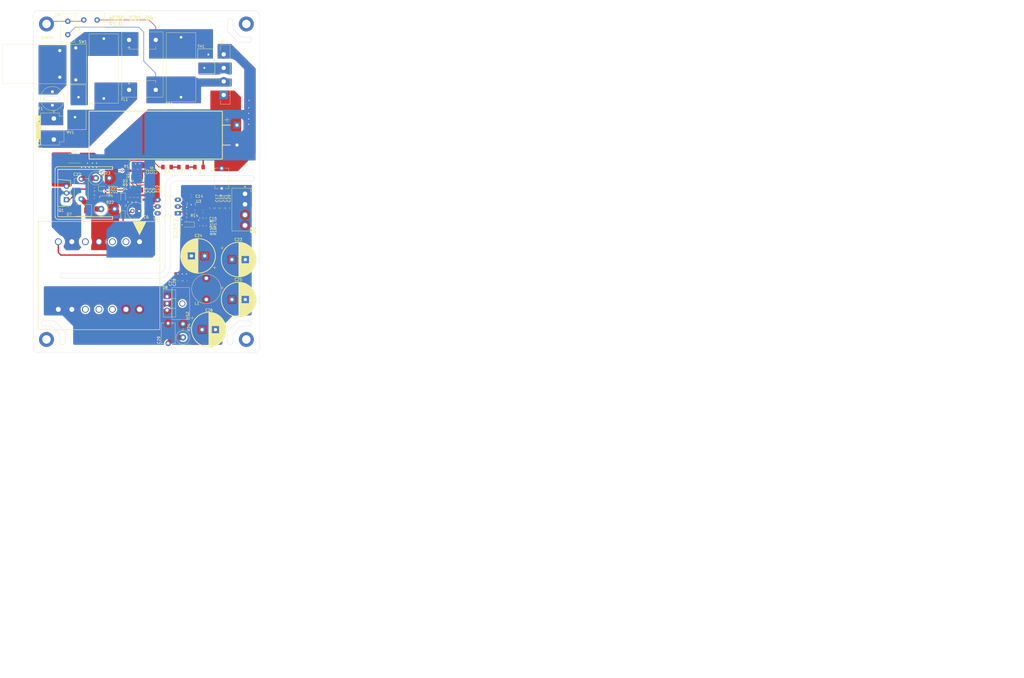
<source format=kicad_pcb>
(kicad_pcb (version 20240225) (generator "pcbnew") (generator_version "8.99")
  (title_block (date "2023-04-29"))
  (layers (0 "F.Cu" signal) (31 "B.Cu" signal) (34 "B.Paste" user) (35 "F.Paste" user) (36 "B.SilkS" user "B.Silkscreen") (37 "F.SilkS" user "F.Silkscreen") (38 "B.Mask" user) (39 "F.Mask" user) (44 "Edge.Cuts" user))
  (net 0 "")
  (net 1 "/PS/AC_L_SW")
  (net 2 "EARTH")
  (net 3 "/PS/AC_L")
  (net 4 "/PS/AC_N")
  (net 5 "/PS/24V_O")
  (net 6 "/PS/AC_R_O")
  (net 7 "/PS/AC_R_I_1")
  (net 8 "/PS/AC_R_I_2")
  (net 9 "Net-(F1-Pad2)")
  (net 10 "/PS/AUX")
  (net 11 "/PS/TR_GAT")
  (net 12 "/PS/TR_SW")
  (net 13 "Net-(U3-REF)")
  (net 14 "/PS/MOS_S")
  (net 15 "/PS/OPT_C")
  (net 16 "Net-(U3-K)")
  (net 17 "Net-(Q1-S)")
  (net 18 "DCR_GND")
  (net 19 "OUT_GND")
  (net 20 "Net-(D5-K)")
  (net 21 "Net-(U1-SS)")
  (net 22 "Net-(D4-K)")
  (net 23 "Net-(D2-K)")
  (net 24 "Net-(C11-Pad1)")
  (net 25 "Net-(D7-K)")
  (net 26 "Net-(D1-A)")
  (net 28 "Net-(U1-OVP)")
  (net 29 "Net-(D8A-A)")
  (net 30 "Net-(C15-Pad1)")
  (net 33 "Net-(R6-Pad1)")
  (net 34 "Net-(Q1-G)")
  (net 35 "GND_DC_S")
  (net 36 "GND_DC_P")
  (net 37 "/PS/24V_F")
  (net 38 "Net-(R7-Pad1)")
  (net 40 "Net-(C22-Pad2)")
  (net 41 "Net-(C29-Pad1)")
  (net 48 "Net-(R12-Pad1)")
  (net 50 "Net-(R16-Pad1)")
  (net 51 "Net-(D3-K)")
  (net 52 "Net-(D3-A)")
  (footprint "Resistor_SMD:R_0603_1608Metric" (layer "F.Cu") (at 96.1712 114.8912 -90)
    (property "Reference" "R15")
    (property "Value" "1.5k")
  )
  (footprint "Resistor_SMD:R_0603_1608Metric" (layer "F.Cu") (at 97.6712 111.9192 -90)
    (property "Reference" "R17")
    (property "Value" "976")
  )
  (footprint "Resistor_THT:R_Axial_DIN0516_L15.5mm_D5.0mm_P5.08mm_Vertical" (layer "F.Cu") (at 56.695 96.961)
    (property "Reference" "R23")
    (property "Value" "10")
  )
  (footprint "Resistor_SMD:R_0603_1608Metric" (layer "F.Cu") (at 90.76 111.011)
    (property "Reference" "R12")
    (property "Value" "499")
  )
  (footprint "Resistor_SMD:R_0603_1608Metric" (layer "F.Cu") (at 96.1712 111.9192 90)
    (property "Reference" "R18")
    (property "Value" "4.3K")
  )
  (footprint "MountingHole:MountingHole_3.2mm_M3_DIN965_Pad_TopBottom" (layer "F.Cu") (at 113.185 157.561)
    (property "Reference" "H2" (hide yes))
    (property "Value" "MountingHole_Pad")
  )
  (footprint "Resistor_SMD:R_1206_3216Metric_Pad1.30x1.75mm_HandSolder" (layer "F.Cu") (at 95.435 92.811)
    (property "Reference" "R6")
    (property "Value" "680K")
  )
  (footprint "PS:Diode_Bridge_Vishay_GBU" (layer "F.Cu") (at 104.685 65.721 90)
    (property "Reference" "D6")
    (property "Value" "GBU8K-E3/45")
  )
  (footprint "PS:FA2443-AL" (layer "F.Cu") (at 73.102 120.857 -90)
    (property "Reference" "TR1")
    (property "Value" "FA2443-AL")
  )
  (footprint "PS:38211000410" (layer "F.Cu") (at 40.385 67.061 90)
    (property "Reference" "F1")
    (property "Value" "38212000000")
  )
  (footprint "Capacitor_SMD:C_0805_2012Metric_Pad1.18x1.45mm_HandSolder" (layer "F.Cu") (at 100.185 108.261 90)
    (property "Reference" "C17")
    (property "Value" "1UF")
  )
  (footprint "Varistor:RV_Disc_D16.5mm_W6.7mm_P7.5mm" (layer "F.Cu") (at 50.185 66.561 -90)
    (property "Reference" "RV1")
    (property "Value" "V14E320P")
  )
  (footprint "Capacitor_SMD:C_0603_1608Metric" (layer "F.Cu") (at 71.685 93.586 90)
    (property "Reference" "C2")
    (property "Value" "100pF")
  )
  (footprint "PS:NE1846EE" (layer "F.Cu") (at 49.185 54.061 -90)
    (property "Reference" "SW1")
    (property "Value" "NE18 2A EE 6AMP\n")
  )
  (footprint "Capacitor_SMD:C_0603_1608Metric" (layer "F.Cu") (at 70.215 104.211 -90)
    (property "Reference" "C4")
    (property "Value" "10uF")
  )
  (footprint "Capacitor_THT:C_Disc_D7.5mm_W5.0mm_P7.50mm" (layer "F.Cu") (at 103.935 100.811 90)
    (property "Reference" "C12")
    (property "Value" "4.7nF")
  )
  (footprint "Capacitor_SMD:C_0805_2012Metric_Pad1.18x1.45mm_HandSolder" (layer "F.Cu") (at 104.235 108.261 -90)
    (property "Reference" "C21")
    (property "Value" "1UF")
  )
  (footprint "Capacitor_THT:C_Disc_D7.5mm_W5.0mm_P7.50mm" (layer "F.Cu") (at 83.835 159.011 90)
    (property "Reference" "C29")
    (property "Value" "1nF")
  )
  (footprint "Capacitor_SMD:C_0603_1608Metric" (layer "F.Cu") (at 73.185 93.586 -90)
    (property "Reference" "C10")
    (property "Value" "200pF")
  )
  (footprint "PS:EKZN630ELL681MK30S" (layer "F.Cu") (at 96.598541 153.861)
    (property "Reference" "C26")
    (property "Value" "680UF")
  )
  (footprint "PS:890324026027CS" (layer "F.Cu") (at 59.685 55.811 -90)
    (property "Reference" "C7")
    (property "Value" "1UF")
  )
  (footprint "Resistor_SMD:R_0603_1608Metric" (layer "F.Cu") (at 56.185 101.086)
    (property "Reference" "R3")
    (property "Value" "4.7")
  )
  (footprint "Capacitor_SMD:C_0603_1608Metric" (layer "F.Cu") (at 71.715 104.211 -90)
    (property "Reference" "C5")
    (property "Value" "10uF")
  )
  (footprint "Resistor_SMD:R_0603_1608Metric" (layer "F.Cu") (at 56.185 102.561)
    (property "Reference" "R2")
    (property "Value" "4.7")
  )
  (footprint "Diode_SMD:D_SOD-323" (layer "F.Cu") (at 66.935 110.811 -90)
    (property "Reference" "D4")
    (property "Value" "PMEG100T10ELXDX")
  )
  (footprint "PS:EKZN630ELL681MK30S" (layer "F.Cu") (at 107.798541 142.561)
    (property "Reference" "C25")
    (property "Value" "680UF")
  )
  (footprint "Resistor_SMD:R_2512_6332Metric_Pad1.40x3.35mm_HandSolder" (layer "F.Cu") (at 48.685 89.561)
    (property "Reference" "R5")
    (property "Value" "0.25")
  )
  (footprint "Diode_SMD:D_SOD-323" (layer "F.Cu") (at 66.965 104.186 -90)
    (property "Reference" "D3")
    (property "Value" "PMEG100T10ELXDX")
  )
  (footprint "Package_DIP:DIP-6_W7.62mm_LongPads" (layer "F.Cu") (at 87.51 110.186 180)
    (property "Reference" "U2")
    (property "Value" "CNY17-1")
  )
  (footprint "PS:890324026027CS" (layer "F.Cu") (at 88.685 55.311 -90)
    (property "Reference" "C11")
    (property "Value" "1UF")
  )
  (footprint "PS:CP_Radial_D18.0mm_P7.50mm" (layer "F.Cu") (at 109.685 84.561 90)
    (property "Reference" "C16" (hide yes))
    (property "Value" "220UF" (hide yes))
  )
  (footprint "Capacitor_SMD:C_0805_2012Metric_Pad1.18x1.45mm_HandSolder" (layer "F.Cu") (at 88.185 135.5235 -90)
    (property "Reference" "C28")
    (property "Value" "1UF")
  )
  (footprint "Diode_SMD:D_SOD-323" (layer "F.Cu") (at 59.285 100.886)
    (property "Reference" "D2")
    (property "Value" "PMEG100T10ELXDX")
  )
  (footprint "Capacitor_THT:C_Radial_D6.3mm_H11.0mm_P2.50mm" (layer "F.Cu") (at 70.435 109.311)
    (property "Reference" "C6")
    (property "Value" "68UF")
  )
  (footprint "Resistor_THT:R_Axial_DIN0516_L15.5mm_D5.0mm_P5.08mm_Vertical" (layer "F.Cu") (at 58.685 108.561)
    (property "Reference" "R22")
    (property "Value" "470")
  )
  (footprint "PS:EKZN630ELL681MK30S" (layer "F.Cu") (at 97.571459 126.174541 180)
    (property "Reference" "C24")
    (property "Value" "680UF")
  )
  (footprint "Package_TO_SOT_SMD:SOT-23" (layer "F.Cu") (at 92.51 106.761 90)
    (property "Reference" "U3")
    (property "Value" "TL431DBZ")
  )
  (footprint "PS:744869161153" (layer "F.Cu") (at 69.185 63.811 -90)
    (property "Reference" "FL1")
    (property "Value" "744869161153")
  )
  (footprint "Capacitor_SMD:C_0603_1608Metric" (layer "F.Cu") (at 92.51 103.761)
    (property "Reference" "C14")
    (property "Value" "68pF")
  )
  (footprint "Resistor_SMD:R_1206_3216Metric_Pad1.30x1.75mm_HandSolder" (layer "F.Cu") (at 83.435 92.811)
    (property "Reference" "R8")
    (property "Value" "680K")
  )
  (footprint "MountingHole:MountingHole_3.2mm_M3_DIN965_Pad_TopBottom" (layer "F.Cu") (at 113.185 39.061)
    (property "Reference" "H4" (hide yes))
    (property "Value" "MountingHole_Pad")
  )
  (footprint "Capacitor_THT:C_Disc_D10.5mm_W5.0mm_P5.00mm" (layer "F.Cu") (at 46.185 43.061 90)
    (property "Reference" "C9")
    (property "Value" "4700PF")
  )
  (footprint "Capacitor_SMD:C_0805_2012Metric_Pad1.18x1.45mm_HandSolder" (layer "F.Cu") (at 90.217 135.5235 90)
    (property "Reference" "C27")
    (property "Value" "1UF")
  )
  (footprint "Capacitor_SMD:C_0603_1608Metric" (layer "F.Cu") (at 74.685 93.586 90)
    (property "Reference" "C1")
    (property "Value" "18nF")
  )
  (footprint "Resistor_THT:R_Axial_DIN0516_L15.5mm_D5.0mm_P5.08mm_Vertical" (layer "F.Cu") (at 89.435 156.791 90)
    (property "Reference" "R24")
    (property "Value" "47")
  )
  (footprint "Resistor_SMD:R_0603_1608Metric" (layer "F.Cu") (at 97.6712 114.8912 -90)
    (property "Reference" "R16")
    (property "Value" "36K")
  )
  (footprint "Varistor:RV_Disc_D9mm_W6.1mm_P5mm" (layer "F.Cu") (at 97.435 55.561 90)
    (property "Reference" "TH1")
    (property "Value" "B57235S0509M000")
  )
  (footprint "Resistor_SMD:R_0603_1608Metric" (layer "F.Cu") (at 68.785 94.161)
    (property "Reference" "R1")
    (property "Value" "1.33k")
  )
  (footprint "PS:JST_VH_B2P3-VH_1x02_P7.92mm_Vertical" (layer "F.Cu") (at 40.935 74.561 -90)
    (property "Reference" "J1")
    (property "Value" "B2P3-VH(LF)(SN)")
  )
  (footprint "Capacitor_SMD:C_0603_1608Metric" (layer "F.Cu") (at 96.8162 109.5062)
    (property "Reference" "C15")
    (property "Value" "56nF")
  )
  (footprint "Resistor_SMD:R_1206_3216Metric_Pad1.30x1.75mm_HandSolder" (layer "F.Cu") (at 89.435 92.811)
    (property "Reference" "R7")
    (property "Value" "680K")
  )
  (footprint "Capacitor_SMD:C_0805_2012Metric_Pad1.18x1.45mm_HandSolder" (layer "F.Cu") (at 106.235 108.261 90)
    (property "Reference" "C20")
    (property "Value" "1UF")
  )
  (footprint "Capacitor_THT:C_Disc_D10.5mm_W5.0mm_P5.00mm" (layer "F.Cu") (at 57.185 37.561 180)
    (property "Reference" "C8")
    (property "Value" "4700PF")
  )
  (footprint "Resistor_SMD:R_0603_1608Metric" (layer "F.Cu") (at 56.16 104.086)
    (property "Reference" "R4")
    (property "Value" "10k")
  )
  (footprint "Resistor_SMD:R_0603_1608Metric" (layer "F.Cu") (at 74.685 104.236 -90)
    (property "Reference" "R11")
    (property "Value" "39k")
  )
  (footprint "PS:JST_VH_B4P-VH-B_1x04_P3.96mm_Vertical" (layer "F.Cu") (at 112.685 102.8435 -90)
    (property "Reference" "J2")
    (property "Value" "B4P-VH(LF)(SN)")
  )
  (footprint "Diode_SMD:D_SOD-123F" (layer "F.Cu") (at 91.4912 114.4062 180)
    (property "Reference" "D5")
    (property "Value" "MMSZ5240B")
  )
  (footprint "Capacitor_THT:C_Disc_D7.5mm_W5.0mm_P7.50mm" (layer "F.Cu") (at 51.185 104.811 90)
    (property "Reference" "C22")
    (property "Value" "4.7nF")
  )
  (footprint "Capacitor_SMD:C_0603_1608Metric" (layer "F.Cu") (at 90.76 112.511 180)
    (property "Reference" "C13")
    (property "Value" "0.1UF")
  )
  (footprint "Resistor_SMD:R_0603_1608Metric" (layer "F.Cu") (at 90.76 109.511 180)
    (property "Reference" "R13")
    (property "Value" "1k")
  )
  (footprint "Resistor_SMD:R_0603_1608Metric" (layer "F.Cu") (at 66.965 107.436 90)
    (property "Reference" "R9")
    (property "Value" "20")
  )
  (footprint "Resistor_SMD:R_0603_1608Metric" (layer "F.Cu") (at 73.185 104.211 -90)
    (property "Reference" "R10")
    (property "Value" "200k")
  )
  (footprint "Package_TO_SOT_THT:TO-220-3_Vertical" (layer "F.Cu") (at 83.437 141.484 -90)
    (property "Reference" "D8")
    (property "Value" "STPS30SM100ST")
  )
  (footprint "Capacitor_SMD:C_0603_1608Metric" (layer "F.Cu") (at 68.715 104.211 -90)
    (property "Reference" "C3")
    (property "Value" "100nF")
  )
  (footprint "PS:V5629W220" (layer "F.Cu") (at 89.185 144.061 -90)
    (property "Reference" "HS2")
    (property "Value" "V5629W220")
  )
  (footprint "MountingHole:MountingHole_3.2mm_M3_DIN965_Pad_TopBottom" (layer "F.Cu") (at 38.185 157.561 90)
    (property "Reference" "H3" (hide yes))
    (property "Value" "MountingHole_Pad")
  )
  (footprint "Capacitor_SMD:C_0805_2012Metric_Pad1.18x1.45mm_HandSolder" (layer "F.Cu") (at 102.235 108.261 -90)
    (property "Reference" "C18")
    (property "Value" "1UF")
  )
  (footprint "PS:EKZN630ELL681MK30S" (layer "F.Cu") (at 107.798541 127.561)
    (property "Reference" "C23")
    (property "Value" "680UF")
  )
  (footprint "Resistor_SMD:R_0603_1608Metric" (layer "F.Cu") (at 93.7912 109.5062 180)
    (property "Reference" "R14")
    (property "Value" "48.7K")
  )
  (footprint "Diode_SMD:D_SMB" (layer "F.Cu") (at 51.435 109.061 180)
    (property "Reference" "D7")
    (property "Value" "STTH2R06U")
  )
  (footprint "Diode_SMD:D_SOD-323" (layer "F.Cu") (at 59.285 102.786 180)
    (property "Reference" "D1")
    (property "Value" "PMEG100T10ELXDX")
  )
  (footprint "PS:744750340047" (layer "F.Cu") (at 98.185 138.561 -90)
    (property "Reference" "L1")
    (property "Value" "4.7UH")
  )
  (footprint "Package_SO:SOIC-8_3.9x4.9mm_P1.27mm" (layer "F.Cu") (at 72.215 98.936 -90)
    (property "Reference" "U1")
    (property "Value" "UCC28600")
  )
  (footprint "PS:SIHA6N80AE-GE3" (layer "F.Cu") (at 45.685 105.101 90)
    (property "Reference" "Q1")
    (property "Value" "SIHA6N80AE-GE3")
  )
  (footprint "NetTie:NetTie-2_SMD_Pad0.5mm" (layer "B.Cu") (at 74.485 91.161)
    (property "Reference" "NT2" (hide yes))
    (property "Value" "NetTie" (hide yes))
  )
  (footprint "MountingHole:MountingHole_3.2mm_M3_DIN965_Pad_TopBottom" (layer "B.Cu") (at 38.185 39.061 180)
    (property "Reference" "H1" (hide yes))
    (property "Value" "MountingHole_Pad")
  )
  (footprint "NetTie:NetTie-2_SMD_Pad2.0mm" (layer "B.Cu") (at 74.385 89.161)
    (property "Reference" "NT1" (hide yes))
    (property "Value" "NetTie" (hide yes))
  )
  (gr_line (start 68.035 106.711) (end 68.035 107.711) (stroke (width 0.15)) (layer "F.SilkS"))
  (gr_arc (start 84.685 100.561) (mid 85.417233 98.793233) (end 87.185 98.061) (stroke (width 0.1)) (layer "Edge.Cuts"))
  (gr_line (start 37.185 152.561) (end 39.7708 152.561) (stroke (width 0.1)) (layer "Edge.Cuts"))
  (gr_arc (start 111.5992 43.975214) (mid 111.214449 43.898243) (end 110.888938 43.679152) (stroke (width 0.1)) (layer "Edge.Cuts"))
  (gr_line (start 106.477893 42.268107) (end 109.892107 45.682321) (stroke (width 0.1)) (layer "Edge.Cuts"))
  (gr_arc (start 40.7708 150.561) (mid 41.153475 150.637125) (end 41.477893 150.853893) (stroke (width 0.1)) (layer "Edge.Cuts"))
  (gr_line (start 108.185 40.561) (end 108.185 37.975214) (stroke (width 0.1)) (layer "Edge.Cuts"))
  (gr_line (start 118.185 36.061) (end 118.185 160.561) (stroke (width 0.1)) (layer "Edge.Cuts"))
  (gr_arc (start 82.685 130.061) (mid 81.952767 131.828767) (end 80.185 132.561) (stroke (width 0.1)) (layer "Edge.Cuts"))
  (gr_line (start 40.7708 150.561) (end 37.185 150.561) (stroke (width 0.1)) (layer "Edge.Cuts"))
  (gr_line (start 111.599214 152.561) (end 114.185 152.561) (stroke (width 0.1)) (layer "Edge.Cuts"))
  (gr_line (start 37.885 67.761) (end 42.485 67.761) (stroke (width 0.1)) (layer "Edge.Cuts"))
  (gr_line (start 108.481062 155.264938) (end 110.892107 152.853893) (stroke (width 0.1)) (layer "Edge.Cuts"))
  (gr_line (start 42.485 66.261) (end 37.885 66.261) (stroke (width 0.1)) (layer "Edge.Cuts"))
  (gr_arc (start 106.477893 42.268107) (mid 106.261125 41.943682) (end 106.185 41.561) (stroke (width 0.1)) (layer "Edge.Cuts"))
  (gr_line (start 44.892107 154.268107) (end 41.477893 150.853893) (stroke (width 0.1)) (layer "Edge.Cuts"))
  (gr_arc (start 82.685 100.561) (mid 84.003019 97.379019) (end 87.185 96.061) (stroke (width 0.1)) (layer "Edge.Cuts"))
  (gr_arc (start 43.185 67.061) (mid 42.979975 67.555975) (end 42.485 67.761) (stroke (width 0.1)) (layer "Edge.Cuts"))
  (gr_arc (start 42.892107 155.268107) (mid 43.108876 155.592532) (end 43.185 155.975214) (stroke (width 0.1)) (layer "Edge.Cuts"))
  (gr_arc (start 44.185 134.561) (mid 43.185 133.561002) (end 44.185 132.561004) (stroke (width 0.1)) (layer "Edge.Cuts"))
  (gr_line (start 114.185 150.561) (end 110.599214 150.561) (stroke (width 0.1)) (layer "Edge.Cuts"))
  (gr_line (start 116.185 162.561) (end 35.185 162.561) (stroke (width 0.1)) (layer "Edge.Cuts"))
  (gr_line (start 82.685 130.061) (end 82.685 100.561) (stroke (width 0.1)) (layer "Edge.Cuts"))
  (gr_line (start 37.185 66.961) (end 37.185 67.061) (stroke (width 0.1)) (layer "Edge.Cuts"))
  (gr_line (start 40.481062 152.857062) (end 42.892107 155.268107) (stroke (width 0.1)) (layer "Edge.Cuts"))
  (gr_arc (start 109.892107 150.853893) (mid 110.216531 150.637125) (end 110.599214 150.561) (stroke (width 0.1)) (layer "Edge.Cuts"))
  (gr_line (start 87.185 96.061) (end 115.185 96.061) (stroke (width 0.1)) (layer "Edge.Cuts"))
  (gr_arc (start 110.5992 45.975214) (mid 110.216525 45.899089) (end 109.892107 45.682321) (stroke (width 0.1)) (layer "Edge.Cuts"))
  (gr_line (start 43.185 155.975214) (end 43.185 158.561) (stroke (width 0.1)) (layer "Edge.Cuts"))
  (gr_line (start 33.185 160.561) (end 33.185 36.061) (stroke (width 0.1)) (layer "Edge.Cuts"))
  (gr_line (start 45.185 158.561) (end 45.185 154.975214) (stroke (width 0.1)) (layer "Edge.Cuts"))
  (gr_arc (start 114.185 43.975214) (mid 115.185 44.975214) (end 114.185 45.975214) (stroke (width 0.1)) (layer "Edge.Cuts"))
  (gr_line (start 114.185 43.975214) (end 111.5992 43.975214) (stroke (width 0.1)) (layer "Edge.Cuts"))
  (gr_arc (start 39.7708 152.561) (mid 40.155551 152.637971) (end 40.481062 152.857062) (stroke (width 0.1)) (layer "Edge.Cuts"))
  (gr_line (start 44.185 132.561004) (end 80.185 132.561) (stroke (width 0.1)) (layer "Edge.Cuts"))
  (gr_line (start 106.185 37.975214) (end 106.185 41.561) (stroke (width 0.1)) (layer "Edge.Cuts"))
  (gr_line (start 43.185 67.061) (end 43.185 66.961) (stroke (width 0.1)) (layer "Edge.Cuts"))
  (gr_arc (start 108.185 158.561) (mid 107.185 159.561) (end 106.185 158.561) (stroke (width 0.1)) (layer "Edge.Cuts"))
  (gr_arc (start 37.185 66.961) (mid 37.390025 66.466025) (end 37.885 66.261) (stroke (width 0.1)) (layer "Edge.Cuts"))
  (gr_arc (start 110.892107 152.853893) (mid 111.216531 152.637125) (end 111.599214 152.561) (stroke (width 0.1)) (layer "Edge.Cuts"))
  (gr_line (start 109.892107 150.853893) (end 106.477893 154.268107) (stroke (width 0.1)) (layer "Edge.Cuts"))
  (gr_line (start 35.185 34.061) (end 116.185 34.061) (stroke (width 0.1)) (layer "Edge.Cuts"))
  (gr_arc (start 106.185 154.9752) (mid 106.261116 154.592529) (end 106.477893 154.268107) (stroke (width 0.1)) (layer "Edge.Cuts"))
  (gr_arc (start 33.185 36.061) (mid 33.770786 34.646786) (end 35.185 34.061) (stroke (width 0.1)) (layer "Edge.Cuts"))
  (gr_arc (start 35.185 162.561) (mid 33.770786 161.975214) (end 33.185 160.561) (stroke (width 0.1)) (layer "Edge.Cuts"))
  (gr_arc (start 42.485 66.261) (mid 42.979975 66.466025) (end 43.185 66.961) (stroke (width 0.1)) (layer "Edge.Cuts"))
  (gr_arc (start 115.185 96.061) (mid 116.185 97.061) (end 115.185 98.061) (stroke (width 0.1)) (layer "Edge.Cuts"))
  (gr_arc (start 37.185 152.561) (mid 36.185 151.561) (end 37.185 150.561) (stroke (width 0.1)) (layer "Edge.Cuts"))
  (gr_line (start 84.685 100.561) (end 84.685 130.061) (stroke (width 0.1)) (layer "Edge.Cuts"))
  (gr_arc (start 106.185 37.975214) (mid 107.185 36.975214) (end 108.185 37.975214) (stroke (width 0.1)) (layer "Edge.Cuts"))
  (gr_arc (start 45.185 158.561) (mid 44.185 159.561) (end 43.185 158.561) (stroke (width 0.1)) (layer "Edge.Cuts"))
  (gr_line (start 110.888938 43.679152) (end 108.477893 41.268107) (stroke (width 0.1)) (layer "Edge.Cuts"))
  (gr_arc (start 108.477893 41.268107) (mid 108.261124 40.943682) (end 108.185 40.561) (stroke (width 0.1)) (layer "Edge.Cuts"))
  (gr_arc (start 114.185 150.561) (mid 115.185 151.561) (end 114.185 152.561) (stroke (width 0.1)) (layer "Edge.Cuts"))
  (gr_arc (start 84.685 130.061) (mid 83.366981 133.242981) (end 80.185 134.561) (stroke (width 0.1)) (layer "Edge.Cuts"))
  (gr_line (start 80.185 134.561) (end 44.185 134.561) (stroke (width 0.1)) (layer "Edge.Cuts"))
  (gr_arc (start 108.185 155.9752) (mid 108.261123 155.592531) (end 108.481062 155.264938) (stroke (width 0.1)) (layer "Edge.Cuts"))
  (gr_line (start 106.185 154.9752) (end 106.185 158.561) (stroke (width 0.1)) (layer "Edge.Cuts"))
  (gr_line (start 115.185 98.061) (end 87.185 98.061) (stroke (width 0.1)) (layer "Edge.Cuts"))
  (gr_arc (start 37.885 67.761) (mid 37.390025 67.555975) (end 37.185 67.061) (stroke (width 0.1)) (layer "Edge.Cuts"))
  (gr_arc (start 118.185 160.561) (mid 117.599214 161.975214) (end 116.185 162.561) (stroke (width 0.1)) (layer "Edge.Cuts"))
  (gr_arc (start 44.892107 154.268107) (mid 45.108875 154.592532) (end 45.185 154.975214) (stroke (width 0.1)) (layer "Edge.Cuts"))
  (gr_line (start 110.5992 45.975214) (end 114.185 45.975214) (stroke (width 0.1)) (layer "Edge.Cuts"))
  (gr_line (start 108.185 158.561) (end 108.185 155.9752) (stroke (width 0.1)) (layer "Edge.Cuts"))
  (gr_arc (start 116.185 34.061) (mid 117.599214 34.646786) (end 118.185 36.061) (stroke (width 0.1)) (layer "Edge.Cuts"))
  (gr_text "+" (at 116.635 117.861 90) (layer "F.SilkS" knockout) (effects (font (size 1.8 1.8) (thickness 0.36) (bold yes)) (justify left bottom)))
  (gr_text "EARTH" (at 35.979 44.841 0) (layer "F.SilkS") (effects (font (size 1 1) (thickness 0.2) (bold yes)) (justify left bottom)))
  (gr_text "L\n\n\nN" (at 33.935 84.561 0) (layer "F.SilkS" knockout) (effects (font (size 1.8 1.8) (thickness 0.36) (bold yes)) (justify left bottom)))
  (gr_text "R1.0" (at 61.379 40.015 0) (layer "F.SilkS") (effects (font (size 1.5 1.5) (thickness 0.3) (bold yes)) (justify left bottom)))
  (gr_text "ACDC-120-24" (at 61.379 37.729 0) (layer "F.SilkS") (effects (font (size 1.5 1.5) (thickness 0.3) (bold yes)) (justify left bottom)))
  (segment (start 46.185 38.061) (end 39.185 38.061) (width 0.2) (layer "F.Cu") (net 2))
  (segment (start 52.185 38.061) (end 46.185 38.061) (width 0.2) (layer "F.Cu") (net 2))
  (segment (start 96.985 78.461) (end 98.135 77.311) (width 0.5) (layer "F.Cu") (net 6))
  (segment (start 96.985 92.811) (end 96.985 78.461) (width 0.5) (layer "F.Cu") (net 6))
  (segment (start 98.135 77.311) (end 101.435 77.311) (width 0.5) (layer "F.Cu") (net 6))
  (segment (start 74.685 53.061) (end 79.185 57.561) (width 0.2) (layer "B.Cu") (net 8))
  (segment (start 79.185 57.561) (end 79.185 63.811) (width 0.2) (layer "B.Cu") (net 8))
  (segment (start 46.185 43.061) (end 48.977 40.269) (width 0.2) (layer "B.Cu") (net 8))
  (segment (start 72.809 40.269) (end 74.685 42.145) (width 0.2) (layer "B.Cu") (net 8))
  (segment (start 48.977 40.269) (end 72.809 40.269) (width 0.2) (layer "B.Cu") (net 8))
  (segment (start 74.685 42.145) (end 74.685 53.061) (width 0.2) (layer "B.Cu") (net 8))
  (segment (start 71.685 110.661) (end 70.485 111.861) (width 0.5) (layer "F.Cu") (net 10))
  (segment (start 42.622 124.898) (end 43.585 125.861) (width 0.5) (layer "F.Cu") (net 10))
  (segment (start 66.935 116.311) (end 66.935 111.861) (width 0.5) (layer "F.Cu") (net 10))
  (segment (start 65.585 117.661) (end 66.935 116.311) (width 0.5) (layer "F.Cu") (net 10))
  (segment (start 70.485 111.861) (end 66.935 111.861) (width 0.5) (layer "F.Cu") (net 10))
  (segment (start 73.185 106.361) (end 71.685 107.861) (width 0.5) (layer "F.Cu") (net 10))
  (segment (start 63.585 125.861) (end 65.585 123.861) (width 0.5) (layer "F.Cu") (net 10))
  (segment (start 42.622 120.857) (end 42.622 124.898) (width 0.5) (layer "F.Cu") (net 10))
  (segment (start 71.685 107.861) (end 71.685 110.661) (width 0.5) (layer "F.Cu") (net 10))
  (segment (start 73.185 105.036) (end 73.185 106.361) (width 0.5) (layer "F.Cu") (net 10))
  (segment (start 43.585 125.861) (end 63.585 125.861) (width 0.5) (layer "F.Cu") (net 10))
  (segment (start 65.585 123.861) (end 65.585 117.661) (width 0.5) (layer "F.Cu") (net 10))
  (segment (start 66.185 101.411) (end 70.31 101.411) (width 0.5) (layer "F.Cu") (net 11))
  (segment (start 60.335 102.786) (end 60.335 100.886) (width 0.5) (layer "F.Cu") (net 11))
  (segment (start 60.335 101.886) (end 60.335 100.886) (width 0.5) (layer "F.Cu") (net 11))
  (via (at 66.185 101.411) (size 0.8) (drill 0.4) (layers "F.Cu" "B.Cu") (net 11))
  (via (at 60.335 101.886) (size 0.8) (drill 0.4) (layers "F.Cu" "B.Cu") (net 11))
  (segment (start 62.385 101.411) (end 61.91 101.886) (width 0.5) (layer "B.Cu") (net 11))
  (segment (start 61.91 101.886) (end 60.335 101.886) (width 0.5) (layer "B.Cu") (net 11))
  (segment (start 66.185 101.411) (end 62.385 101.411) (width 0.5) (layer "B.Cu") (net 11))
  (segment (start 93.46 103.936) (end 93.285 103.761) (width 0.5) (layer "F.Cu") (net 13))
  (segment (start 96.9835 107.6985) (end 97.5912 108.3062) (width 0.5) (layer "F.Cu") (net 13))
  (segment (start 97.5912 108.3062) (end 97.5912 109.5062) (width 0.5) (layer "F.Cu") (net 13))
  (segment (start 97.6712 111.0942) (end 96.1712 111.0942) (width 0.5) (layer "F.Cu") (net 13))
  (segment (start 97.6712 111.0942) (end 97.6712 109.5862) (width 0.5) (layer "F.Cu") (net 13))
  (segment (start 93.46 107.6985) (end 93.46 103.936) (width 0.5) (layer "F.Cu") (net 13))
  (segment (start 93.46 107.6985) (end 96.9835 107.6985) (width 0.5) (layer "F.Cu") (net 13))
  (segment (start 71.58 96.461) (end 71.58 94.466) (width 0.5) (layer "F.Cu") (net 14))
  (segment (start 69.81 94.361) (end 69.61 94.161) (width 0.3) (layer "F.Cu") (net 14))
  (segment (start 71.685 94.361) (end 69.81 94.361) (width 0.3) (layer "F.Cu") (net 14))
  (segment (start 76.785 106.761) (end 77.67 107.646) (width 0.3) (layer "F.Cu") (net 15))
  (segment (start 76.785 99.761) (end 76.785 106.761) (width 0.3) (layer "F.Cu") (net 15))
  (segment (start 72.85 96.461) (end 72.85 94.696) (width 0.3) (layer "F.Cu") (net 15))
  (segment (start 75.585 98.561) (end 76.785 99.761) (width 0.3) (layer "F.Cu") (net 15))
  (segment (start 72.85 96.461) (end 72.85 97.826) (width 0.3) (layer "F.Cu") (net 15))
  (segment (start 72.85 97.826) (end 73.585 98.561) (width 0.3) (layer "F.Cu") (net 15))
  (segment (start 77.67 107.646) (end 79.89 107.646) (width 0.3) (layer "F.Cu") (net 15))
  (segment (start 73.585 98.561) (end 75.585 98.561) (width 0.3) (layer "F.Cu") (net 15))
  (segment (start 91.585 107.7235) (end 91.56 107.6985) (width 0.5) (layer "F.Cu") (net 16))
  (segment (start 91.56 107.6985) (end 91.56 103.936) (width 0.5) (layer "F.Cu") (net 16))
  (segment (start 87.5625 107.6985) (end 91.56 107.6985) (width 0.5) (layer "F.Cu") (net 16))
  (segment (start 91.5898 109.5062) (end 91.585 109.511) (width 0.5) (layer "F.Cu") (net 16))
  (segment (start 92.9662 109.5062) (end 91.5898 109.5062) (width 0.5) (layer "F.Cu") (net 16))
  (segment (start 91.585 109.511) (end 91.585 107.7235) (width 0.5) (layer "F.Cu") (net 16))
  (segment (start 91.56 103.936) (end 91.735 103.761) (width 0.5) (layer "F.Cu") (net 16))
  (segment (start 87.51 107.646) (end 87.5625 107.6985) (width 0.5) (layer "F.Cu") (net 16))
  (segment (start 66.633 94.161) (end 67.96 94.161) (width 0.2) (layer "F.Cu") (net 17))
  (segment (start 47.385 94.761) (end 46.785 94.161) (width 0.2) (layer "F.Cu") (net 17))
  (segment (start 58.685 94.761) (end 47.385 94.761) (width 0.2) (layer "F.Cu") (net 17))
  (via (at 66.633 94.161) (size 0.8) (drill 0.4) (layers "F.Cu" "B.Cu") (net 17))
  (via (at 58.685 94.761) (size 0.8) (drill 0.4) (layers "F.Cu" "B.Cu") (net 17))
  (segment (start 66.633 94.161) (end 59.285 94.161) (width 0.2) (layer "B.Cu") (net 17))
  (segment (start 59.285 94.161) (end 58.685 94.761) (width 0.2) (layer "B.Cu") (net 17))
  (via (at 114.085 74.761) (size 0.8) (drill 0.4) (layers "F.Cu" "B.Cu") (net 18))
  (via (at 114.185 67.761) (size 0.8) (drill 0.4) (layers "F.Cu" "B.Cu") (net 18))
  (via (at 114.085 76.761) (size 0.8) (drill 0.4) (layers "F.Cu" "B.Cu") (net 18))
  (via (at 114.085 72.661) (size 0.8) (drill 0.4) (layers "F.Cu" "B.Cu") (net 18))
  (via (at 114.085 70.561) (size 0.8) (drill 0.4) (layers "F.Cu" "B.Cu") (net 18))
  (segment (start 88.946 112.511) (end 88.9412 112.5062) (width 0.5) (layer "F.Cu") (net 19))
  (segment (start 89.985 112.511) (end 88.946 112.511) (width 0.5) (layer "F.Cu") (net 19))
  (segment (start 92.51 106.8874) (end 92.4912 106.9062) (width 0.5) (layer "F.Cu") (net 19))
  (segment (start 90.11 114.511) (end 89.096 114.511) (width 0.5) (layer "F.Cu") (net 19))
  (segment (start 92.51 105.8235) (end 92.51 106.8874) (width 0.5) (layer "F.Cu") (net 19))
  (segment (start 89.9912 114.5062) (end 90.0912 114.4062) (width 0.5) (layer "F.Cu") (net 19))
  (segment (start 95.3032 112.7442) (end 95.2912 112.7562) (width 0.5) (layer "F.Cu") (net 19))
  (segment (start 96.1712 112.7442) (end 95.3032 112.7442) (width 0.5) (layer "F.Cu") (net 19))
  (segment (start 89.096 114.511) (end 89.0912 114.5062) (width 0.5) (layer "F.Cu") (net 19))
  (segment (start 89.0912 114.5062) (end 89.9912 114.5062) (width 0.5) (layer "F.Cu") (net 19))
  (via (at 90.685 132.961) (size 0.8) (drill 0.4) (layers "F.Cu" "B.Cu") (net 19))
  (via (at 88.9412 112.5062) (size 0.8) (drill 0.4) (layers "F.Cu" "B.Cu") (net 19))
  (via (at 89.185 132.961) (size 0.8) (drill 0.4) (layers "F.Cu" "B.Cu") (net 19))
  (via (at 92.4912 106.9062) (size 0.8) (drill 0.4) (layers "F.Cu" "B.Cu") (net 19))
  (via (at 87.535 132.961) (size 0.8) (drill 0.4) (layers "F.Cu" "B.Cu") (net 19))
  (via (at 89.0912 114.5062) (size 0.8) (drill 0.4) (layers "F.Cu" "B.Cu") (net 19))
  (via (at 95.2912 112.7562) (size 0.8) (drill 0.4) (layers "F.Cu" "B.Cu") (net 19))
  (segment (start 91.585 111.011) (end 91.585 112.461) (width 0.5) (layer "F.Cu") (net 20))
  (segment (start 91.535 112.511) (end 92.096 112.511) (width 0.5) (layer "F.Cu") (net 20))
  (segment (start 92.91 114.511) (end 94.2864 114.511) (width 0.5) (layer "F.Cu") (net 20))
  (segment (start 94.2864 114.511) (end 94.7312 114.0662) (width 0.5) (layer "F.Cu") (net 20))
  (segment (start 92.91 113.325) (end 92.91 114.511) (width 0.5) (layer "F.Cu") (net 20))
  (segment (start 94.7312 114.0662) (end 96.1712 114.0662) (width 0.5) (layer "F.Cu") (net 20))
  (segment (start 91.585 112.461) (end 91.535 112.511) (width 0.5) (layer "F.Cu") (net 20))
  (segment (start 92.096 112.511) (end 92.91 113.325) (width 0.5) (layer "F.Cu") (net 20))
  (segment (start 74.12 94.926) (end 74.685 94.361) (width 0.5) (layer "F.Cu") (net 21))
  (segment (start 74.12 96.461) (end 74.12 94.926) (width 0.5) (layer "F.Cu") (net 21))
  (segment (start 66.965 109.731) (end 66.935 109.761) (width 0.5) (layer "F.Cu") (net 22))
  (segment (start 66.965 108.261) (end 66.965 109.731) (width 0.5) (layer "F.Cu") (net 22))
  (segment (start 66.935 109.761) (end 69.985 109.761) (width 0.5) (layer "F.Cu") (net 22))
  (segment (start 69.985 109.761) (end 70.435 109.311) (width 0.5) (layer "F.Cu") (net 22))
  (segment (start 58.235 100.886) (end 57.21 100.886) (width 0.3) (layer "F.Cu") (net 23))
  (segment (start 79.185 40.061) (end 79.185 45.061) (width 0.2) (layer "F.Cu") (net 24))
  (segment (start 57.185 37.561) (end 76.685 37.561) (width 0.2) (layer "F.Cu") (net 24))
  (segment (start 76.685 37.561) (end 79.185 40.061) (width 0.2) (layer "F.Cu") (net 24))
  (segment (start 53.585 106.961) (end 51.435 104.811) (width 2) (layer "F.Cu") (net 25))
  (segment (start 53.585 109.061) (end 53.585 106.961) (width 2) (layer "F.Cu") (net 25))
  (segment (start 58.685 108.561) (end 54.085 108.561) (width 2) (layer "F.Cu") (net 25))
  (segment (start 54.085 108.561) (end 53.585 109.061) (width 2) (layer "F.Cu") (net 25))
  (segment (start 58.235 102.786) (end 57.235 102.786) (width 0.3) (layer "F.Cu") (net 26))
  (segment (start 72.85 103.051) (end 73.185 103.386) (width 0.5) (layer "F.Cu") (net 28))
  (segment (start 72.85 101.411) (end 72.85 103.051) (width 0.5) (layer "F.Cu") (net 28))
  (segment (start 73.185 103.386) (end 74.66 103.386) (width 0.5) (layer "F.Cu") (net 28))
  (segment (start 94.6162 109.5062) (end 96.0412 109.5062) (width 0.5) (layer "F.Cu") (net 30))
  (segment (start 93.885 92.811) (end 90.985 92.811) (width 0.5) (layer "F.Cu") (net 33))
  (segment (start 46.848554 105.101) (end 45.685 105.101) (width 0.5) (layer "F.Cu") (net 34))
  (segment (start 50.863554 101.086) (end 46.848554 105.101) (width 0.5) (layer "F.Cu") (net 34))
  (segment (start 55.335 102.586) (end 55.36 102.561) (width 0.5) (layer "F.Cu") (net 34))
  (segment (start 55.36 102.561) (end 55.36 101.086) (width 0.5) (layer "F.Cu") (net 34))
  (segment (start 55.335 104.086) (end 55.335 102.586) (width 0.5) (layer "F.Cu") (net 34))
  (segment (start 55.36 101.086) (end 50.863554 101.086) (width 0.5) (layer "F.Cu") (net 34))
  (segment (start 72.185 99.561) (end 70.685 98.061) (width 0.3) (layer "F.Cu") (net 35))
  (segment (start 74.685 105.061) (end 75.435 105.061) (width 0.3) (layer "F.Cu") (net 35))
  (segment (start 75.435 105.061) (end 75.935 104.561) (width 0.3) (layer "F.Cu") (net 35))
  (segment (start 70.31 97.686) (end 70.685 98.061) (width 0.3) (layer "F.Cu") (net 35))
  (segment (start 75.185 99.561) (end 72.185 99.561) (width 0.3) (layer "F.Cu") (net 35))
  (segment (start 70.31 96.461) (end 70.31 97.686) (width 0.3) (layer "F.Cu") (net 35))
  (segment (start 75.935 104.561) (end 75.935 100.311) (width 0.3) (layer "F.Cu") (net 35))
  (segment (start 75.935 100.311) (end 75.185 99.561) (width 0.3) (layer "F.Cu") (net 35))
  (via (at 71.685 91.561) (size 0.8) (drill 0.4) (layers "F.Cu" "B.Cu") (net 35))
  (via (at 73.185 91.561) (size 0.8) (drill 0.4) (layers "F.Cu" "B.Cu") (net 35))
  (via (at 70.685 98.061) (size 0.8) (drill 0.4) (layers "F.Cu" "B.Cu") (net 35))
  (segment (start 71.785 105.961) (end 71.785 105.056) (width 0.3) (layer "F.Cu") (net 36))
  (segment (start 68.715 105.891) (end 68.785 105.961) (width 0.3) (layer "F.Cu") (net 36))
  (segment (start 56.985 104.086) (end 58.16 104.086) (width 0.5) (layer "F.Cu") (net 36))
  (segment (start 68.715 104.986) (end 68.715 105.891) (width 0.3) (layer "F.Cu") (net 36))
  (segment (start 70.185 105.961) (end 70.185 105.016) (width 0.3) (layer "F.Cu") (net 36))
  (segment (start 68.715 104.986) (end 71.715 104.986) (width 0.5) (layer "F.Cu") (net 36))
  (via (at 71.785 105.961) (size 0.8) (drill 0.4) (layers "F.Cu" "B.Cu") (net 36))
  (via (at 53.585 91.361) (size 0.8) (drill 0.4) (layers "F.Cu" "B.Cu") (net 36))
  (via (at 70.185 105.961) (size 0.8) (drill 0.4) (layers "F.Cu" "B.Cu") (net 36))
  (via (at 52.785 92.961) (size 0.8) (drill 0.4) (layers "F.Cu" "B.Cu") (net 36))
  (via (at 56.985 92.961) (size 0.8) (drill 0.4) (layers "F.Cu" "B.Cu") (net 36))
  (via (at 55.585 92.961) (size 0.8) (drill 0.4) (layers "F.Cu" "B.Cu") (net 36))
  (via (at 58.16 104.086) (size 0.8) (drill 0.4) (layers "F.Cu" "B.Cu") (net 36))
  (via (at 55.385 91.361) (size 0.8) (drill 0.4) (layers "F.Cu" "B.Cu") (net 36))
  (via (at 51.385 92.961) (size 0.8) (drill 0.4) (layers "F.Cu" "B.Cu") (net 36))
  (via (at 68.785 105.961) (size 0.8) (drill 0.4) (layers "F.Cu" "B.Cu") (net 36))
  (via (at 56.985 91.361) (size 0.8) (drill 0.4) (layers "F.Cu" "B.Cu") (net 36))
  (via (at 54.185 92.961) (size 0.8) (drill 0.4) (layers "F.Cu" "B.Cu") (net 36))
  (segment (start 97.6712 115.7162) (end 96.1712 115.7162) (width 0.5) (layer "F.Cu") (net 37))
  (segment (start 97.6712 115.7162) (end 100.4298 115.7162) (width 0.5) (layer "F.Cu") (net 37))
  (segment (start 100.4298 115.7162) (end 100.435 115.711) (width 0.5) (layer "F.Cu") (net 37))
  (segment (start 87.885 92.811) (end 84.985 92.811) (width 0.5) (layer "F.Cu") (net 38))
  (segment (start 51.785 96.961) (end 51.435 97.311) (width 2) (layer "F.Cu") (net 40))
  (segment (start 56.695 96.961) (end 51.785 96.961) (width 2) (layer "F.Cu") (net 40))
  (segment (start 89.435 156.791) (end 86.055 156.791) (width 2) (layer "F.Cu") (net 41))
  (segment (start 86.055 156.791) (end 83.835 159.011) (width 2) (layer "F.Cu") (net 41))
  (segment (start 89.935 111.011) (end 89.935 109.511) (width 0.5) (layer "F.Cu") (net 48))
  (segment (start 87.51 110.186) (end 88.035 109.661) (width 0.5) (layer "F.Cu") (net 48))
  (segment (start 88.035 109.661) (end 89.785 109.661) (width 0.5) (layer "F.Cu") (net 48))
  (segment (start 89.785 109.661) (end 89.935 109.511) (width 0.5) (layer "F.Cu") (net 48))
  (segment (start 97.6712 114.0662) (end 97.6712 112.7442) (width 0.5) (layer "F.Cu") (net 50))
  (segment (start 68.785 91.461) (end 68.785 97.641001) (width 0.3) (layer "F.Cu") (net 51))
  (segment (start 68.715 103.436) (end 70.215 103.436) (width 0.5) (layer "F.Cu") (net 51))
  (segment (start 77.985 90.361) (end 69.885 90.361) (width 0.3) (layer "F.Cu") (net 51))
  (segment (start 70.215 103.436) (end 71.715 103.436) (width 0.5) (layer "F.Cu") (net 51))
  (segment (start 71.58 101.411) (end 71.58 103.301) (width 0.5) (layer "F.Cu") (net 51))
  (segment (start 66.965 103.136) (end 68.415 103.136) (width 0.5) (layer "F.Cu") (net 51))
  (segment (start 68.785 97.641001) (end 71.58 100.436001) (width 0.3) (layer "F.Cu") (net 51))
  (segment (start 68.415 103.136) (end 68.715 103.436) (width 0.5) (layer "F.Cu") (net 51))
  (segment (start 71.58 103.301) (end 71.715 103.436) (width 0.5) (layer "F.Cu") (net 51))
  (segment (start 69.885 90.361) (end 68.785 91.461) (width 0.3) (layer "F.Cu") (net 51))
  (segment (start 81.885 92.811) (end 80.435 92.811) (width 0.3) (layer "F.Cu") (net 51))
  (segment (start 80.435 92.811) (end 77.985 90.361) (width 0.3) (layer "F.Cu") (net 51))
  (segment (start 71.58 100.436001) (end 71.58 101.411) (width 0.3) (layer "F.Cu") (net 51))
  (segment (start 66.965 106.611) (end 66.965 105.236) (width 0.3) (layer "F.Cu") (net 52))
  (zone (net 17) (net_name "Net-(Q1-S)") (layer "F.Cu") (priority 11) (connect_pads yes (clearance 0.508)) (min_thickness 0.25) (fill yes (thermal_gap 0.5) (thermal_bridge_width 0.5) (smoothing fillet) (radius 0.5))
    (polygon (pts (xy 47.685 100.161) (xy 40.185 100.161) (xy 40.185 87.311) (xy 47.685 87.311)))
  )
  (zone (net 29) (net_name "Net-(D8A-A)") (layer "F.Cu") (priority 15) (connect_pads yes (clearance 0.508)) (min_thickness 0.25) (fill yes (thermal_gap 0.5) (thermal_bridge_width 0.5) (smoothing fillet) (radius 0.5))
    (polygon (pts (xy 65.185 137.561) (xy 65.185 153.761) (xy 85.185 153.761) (xy 85.185 137.561)))
  )
  (zone (net 6) (net_name "/PS/AC_R_O") (layer "F.Cu") (priority 9) (connect_pads yes (clearance 0.508)) (min_thickness 0.25) (fill yes (thermal_gap 0.5) (thermal_bridge_width 0.5) (smoothing fillet) (radius 0.3))
    (polygon (pts (xy 108.685 64.061) (xy 99.685 64.061) (xy 99.685 77.561) (xy 101.185 79.061) (xy 111.203 79.061) (xy 111.203 66.579)))
  )
  (zone (net 19) (net_name "OUT_GND") (layer "F.Cu") (priority 23) (connect_pads yes (clearance 0.508)) (min_thickness 0.25) (fill yes (thermal_gap 0.5) (thermal_bridge_width 0.5))
    (polygon (pts (xy 92.185 135.111) (xy 86.185 135.111) (xy 86.185 132.461) (xy 86.335 132.311) (xy 92.185 132.311)))
  )
  (zone (net 6) (net_name "/PS/AC_R_O") (layer "F.Cu") (priority 24) (connect_pads yes (clearance 0.508)) (min_thickness 0.25) (fill yes (thermal_gap 0.5) (thermal_bridge_width 0.5) (smoothing fillet) (radius 0.2))
    (polygon (pts (xy 111.235 79.561) (xy 93.185 79.561) (xy 84.385 88.361) (xy 68.385 88.361) (xy 66.205 90.541) (xy 66.205 124.015) (xy 54.949 124.015) (xy 54.949 112.095) (xy 60.035 112.095) (xy 60.035 86.135) (xy 76.285 71.161) (xy 111.235 71.161)))
  )
  (zone (net 19) (net_name "OUT_GND") (layer "F.Cu") (priority 21) (connect_pads yes (clearance 0.508)) (min_thickness 0.25) (fill yes (thermal_gap 0.5) (thermal_bridge_width 0.5))
    (polygon (pts (xy 99.285 107.811) (xy 115.235 107.811) (xy 115.235 99.561) (xy 101.035 99.561) (xy 99.285 101.311) (xy 99.285 101.511)))
  )
  (zone (net 5) (net_name "/PS/24V_O") (layer "F.Cu") (priority 16) (connect_pads yes (clearance 0.508)) (min_thickness 0.25) (fill yes (thermal_gap 0.5) (thermal_bridge_width 0.5) (smoothing fillet) (radius 0.5))
    (polygon (pts (xy 92.185 137.561) (xy 110.185 137.561) (xy 110.185 148.561) (xy 99.185 148.561) (xy 99.185 159.611) (xy 92.335 159.611) (xy 92.335 153.811) (xy 86.185 153.811) (xy 86.185 145.561) (xy 81.685 145.561) (xy 81.685 142.561) (xy 86.185 142.561) (xy 86.185 135.761) (xy 92.185 135.761)))
  )
  (zone (net 35) (net_name "GND_DC_S") (layer "F.Cu") (priority 19) (connect_pads yes (clearance 0.508)) (min_thickness 0.25) (fill yes (thermal_gap 0.5) (thermal_bridge_width 0.5))
    (polygon (pts (xy 77.685 106.061) (xy 77.685 94.811) (xy 76.135 93.261) (xy 71.21 93.261) (xy 71.185 93.236) (xy 71.185 91.061) (xy 76.685 91.061) (xy 80.685 95.061) (xy 80.685 106.061)))
  )
  (zone (net 0) (net_name "") (layer "F.Cu") (connect_pads (clearance 0)) (min_thickness 0.25)
    (keepout (tracks not_allowed) (vias not_allowed) (pads not_allowed) (copperpour not_allowed) (footprints allowed))
    (fill (thermal_gap 0.5) (thermal_bridge_width 0.5))
    (polygon (pts (xy 50.885 100.711) (xy 48.035 103.561) (xy 46.735 103.561) (xy 46.735 100.711) (xy 46.985 100.461) (xy 50.885 100.461)))
  )
  (zone (net 18) (net_name "DCR_GND") (layer "F.Cu") (priority 5) (connect_pads yes (clearance 0.508)) (min_thickness 0.25) (fill yes (thermal_gap 0.5) (thermal_bridge_width 0.5) (smoothing fillet) (radius 0.3))
    (polygon (pts (xy 101.185 81.511) (xy 101.185 94.373) (xy 110.016 94.373) (xy 116.685 87.704) (xy 116.685 84.961) (xy 113.235 81.511)))
  )
  (zone (net 37) (net_name "/PS/24V_F") (layer "F.Cu") (priority 1) (connect_pads yes (clearance 0.508)) (min_thickness 0.25) (fill yes (thermal_gap 0.5) (thermal_bridge_width 0.5) (smoothing fillet) (radius 0.5))
    (polygon (pts (xy 95.135 136.561) (xy 95.135 118.961) (xy 99.285 116.719046) (xy 99.285 108.661) (xy 115.135 108.661) (xy 115.135 119.611) (xy 110.135 124.611) (xy 110.135 132.561) (xy 106.135 136.561)))
  )
  (zone (net 36) (net_name "GND_DC_P") (layer "F.Cu") (priority 17) (connect_pads yes (clearance 0.508)) (min_thickness 0.25) (fill yes (thermal_gap 0.5) (thermal_bridge_width 0.5))
    (polygon (pts (xy 50.685 87.411) (xy 56.285 87.411) (xy 57.935 89.061) (xy 57.935 93.661) (xy 50.685 93.661)))
  )
  (zone (net 7) (net_name "/PS/AC_R_I_1") (layers "F&B.Cu") (priority 14) (connect_pads yes (clearance 0.508)) (min_thickness 0.25) (fill yes (thermal_gap 0.5) (thermal_bridge_width 0.5) (smoothing fillet) (radius 0.3))
    (polygon (pts (xy 95.185 53.561) (xy 107.685 53.561) (xy 107.685 58.061) (xy 95.185 58.061)))
  )
  (zone (net 8) (net_name "/PS/AC_R_I_2") (layers "F&B.Cu") (priority 10) (connect_pads yes (clearance 0.508)) (min_thickness 0.25) (fill yes (thermal_gap 0.5) (thermal_bridge_width 0.5) (smoothing fillet) (radius 0.3))
    (polygon (pts (xy 107.685 58.811) (xy 75.685 58.811) (xy 75.685 68.811) (xy 96.185 68.811) (xy 96.185 62.561) (xy 107.685 62.561)))
  )
  (zone (net 24) (net_name "Net-(C11-Pad1)") (layers "F&B.Cu") (priority 7) (connect_pads yes (clearance 0.508)) (min_thickness 0.25) (fill yes (thermal_gap 0.5) (thermal_bridge_width 0.5) (smoothing fillet) (radius 0.3))
    (polygon (pts (xy 100.685 52.061) (xy 76.685 52.061) (xy 76.685 41.061) (xy 100.685 41.061)))
  )
  (zone (net 12) (net_name "/PS/TR_SW") (layers "F&B.Cu") (priority 2) (connect_pads yes (clearance 0.508)) (min_thickness 0.25) (fill yes (thermal_gap 0.5) (thermal_bridge_width 0.5) (smoothing fillet) (radius 0.5))
    (polygon (pts (xy 44.685 119.847) (xy 40.185 115.347) (xy 40.185 100.561) (xy 51.185 100.561) (xy 51.185 123.061) (xy 50.185 124.061) (xy 45.685 124.061) (xy 44.685 123.061) (xy 44.685 121.561)))
  )
  (zone (net 4) (net_name "/PS/AC_N") (layers "F&B.Cu") (priority 22) (connect_pads yes (clearance 0.508)) (min_thickness 0.25) (fill yes (thermal_gap 0.5) (thermal_bridge_width 0.5) (smoothing fillet) (radius 0.3))
    (polygon (pts (xy 35.185 79.061) (xy 45.935 79.061) (xy 45.935 71.311) (xy 56.185 71.311) (xy 56.185 61.061) (xy 72.185 61.061) (xy 72.185 67.311) (xy 53.935 85.561) (xy 35.185 85.561)))
  )
  (zone (net 9) (net_name "Net-(F1-Pad2)") (layers "F&B.Cu") (priority 3) (connect_pads yes (clearance 0.508)) (min_thickness 0.25) (fill yes (thermal_gap 0.5) (thermal_bridge_width 0.5) (smoothing fillet) (radius 0.3))
    (polygon (pts (xy 35.185 65.561) (xy 42.169 65.561) (xy 45.685 62.045) (xy 45.685 47.061) (xy 35.185 47.061)))
  )
  (zone (net 1) (net_name "/PS/AC_L_SW") (layers "F&B.Cu") (priority 4) (connect_pads yes (clearance 0.508)) (min_thickness 0.25) (fill yes (thermal_gap 0.5) (thermal_bridge_width 0.5) (smoothing fillet) (radius 0.3))
    (polygon (pts (xy 47.185 69.561) (xy 47.185 46.061) (xy 52.507666 42.069) (xy 72.677 42.069) (xy 72.677 51.061) (xy 53.685 51.061) (xy 53.685 69.561)))
  )
  (zone (net 18) (net_name "DCR_GND") (layers "F&B.Cu") (priority 13) (connect_pads yes (clearance 0.508)) (min_thickness 0.25) (fill yes (thermal_gap 0.5) (thermal_bridge_width 0.5) (smoothing fillet) (radius 0.3))
    (polygon (pts (xy 107.935 82.561) (xy 112.435 82.561) (xy 112.435 56.061) (xy 108.935 52.561) (xy 102.435 52.561) (xy 102.435 46.811) (xy 102.685 46.561) (xy 107.435 46.561) (xy 116.685 55.811) (xy 116.685 85.811) (xy 115.385 87.111) (xy 107.935 87.111)))
  )
  (zone (net 3) (net_name "/PS/AC_L") (layers "F&B.Cu") (connect_pads yes (clearance 0.508)) (min_thickness 0.25) (fill yes (thermal_gap 0.5) (thermal_bridge_width 0.5) (smoothing fillet) (radius 0.3))
    (polygon (pts (xy 44.685 77.061) (xy 44.685 68.561) (xy 35.185 68.561) (xy 35.185 77.061)))
  )
  (zone (net 18) (net_name "DCR_GND") (layer "B.Cu") (priority 18) (connect_pads yes (clearance 0.508)) (min_thickness 0.25) (fill yes (thermal_gap 0.5) (thermal_bridge_width 0.5))
    (polygon (pts (xy 116.685 90.311) (xy 78.935 90.311) (xy 78.935 125.811) (xy 77.935 126.811) (xy 60.685 126.811) (xy 60.685 116.311) (xy 63.935 113.061) (xy 73.185 113.061) (xy 74.935 111.311) (xy 74.935 72.703) (xy 76.331 71.307) (xy 115.431 71.307) (xy 116.685 72.561)))
  )
  (zone (net 19) (net_name "OUT_GND") (layer "B.Cu") (priority 6) (connect_pads yes (clearance 0.508)) (min_thickness 0.25) (fill yes (thermal_gap 0.5) (thermal_bridge_width 0.5) (smoothing fillet) (radius 0.5))
    (polygon (pts (xy 115.185 99.561) (xy 115.185 148.561) (xy 108.185 148.561) (xy 104.185 152.561) (xy 104.185 159.561) (xy 48.185 159.561) (xy 48.185 152.561) (xy 44.185 148.561) (xy 37.185 148.561) (xy 37.185 137.561) (xy 81.685 137.561) (xy 88.185 131.561) (xy 88.685 99.561)))
  )
  (zone (net 35) (net_name "GND_DC_S") (layer "B.Cu") (priority 12) (connect_pads yes (clearance 0.508)) (min_thickness 0.25) (fill yes (thermal_gap 0.5) (thermal_bridge_width 0.5))
    (polygon (pts (xy 74.185 90.811) (xy 70.185 90.811) (xy 70.185 99.061) (xy 73.685 99.061) (xy 74.185 98.561)))
  )
  (zone (net 36) (net_name "GND_DC_P") (layer "B.Cu") (priority 20) (connect_pads yes (clearance 0.508)) (min_thickness 0.25) (fill yes (thermal_gap 0.5) (thermal_bridge_width 0.5))
    (polygon (pts (xy 40.185 98.861) (xy 52.785 99.361) (xy 52.785 112.161) (xy 72.985 112.161) (xy 73.785 111.361) (xy 73.785 99.761) (xy 69.385 99.761) (xy 69.385 90.161) (xy 74.185 90.161) (xy 74.185 73.272508) (xy 59.923 86.152679) (xy 59.923 88.042415) (xy 40.185 87.561)))
  )
)
</source>
